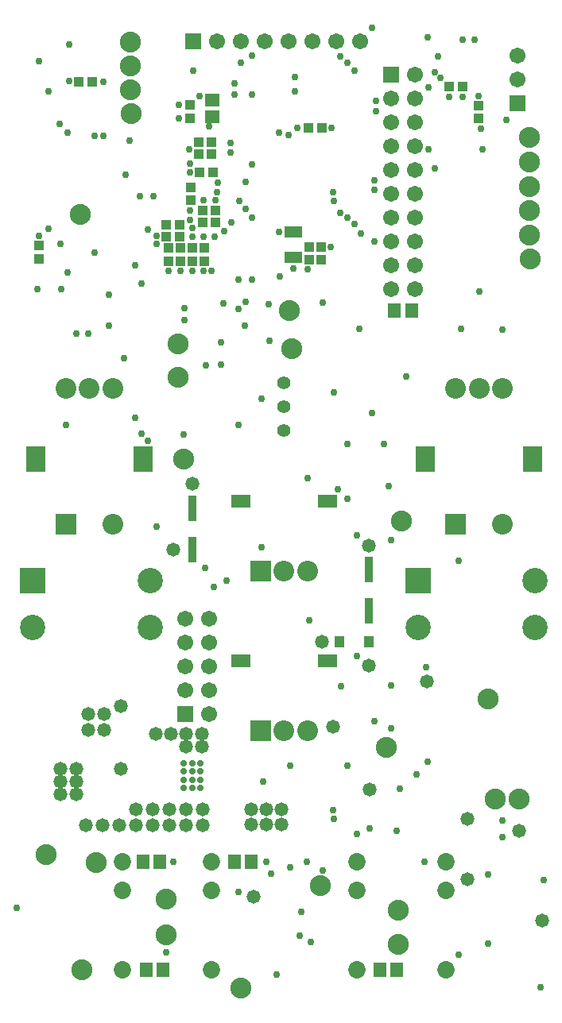
<source format=gbs>
G04*
G04 #@! TF.GenerationSoftware,Altium Limited,CircuitStudio,1.5.1 (13)*
G04*
G04 Layer_Color=8150272*
%FSLAX44Y44*%
%MOMM*%
G71*
G01*
G75*
%ADD71R,1.1032X1.0032*%
%ADD72R,1.0032X1.1032*%
%ADD75R,1.4032X1.6032*%
%ADD76R,1.6032X1.4032*%
%ADD79R,1.9032X1.3032*%
%ADD91R,2.0032X2.8032*%
%ADD92R,2.2032X2.2032*%
%ADD93C,2.2032*%
%ADD94C,2.2352*%
%ADD95C,2.7032*%
%ADD96R,2.7032X2.7032*%
%ADD97R,2.0032X1.4032*%
%ADD98C,1.8533*%
%ADD99C,1.7032*%
%ADD100R,1.7032X1.7032*%
%ADD101R,1.7032X1.7032*%
%ADD102C,1.4032*%
%ADD103C,0.7620*%
%ADD104C,1.4732*%
%ADD105C,0.7112*%
%ADD106R,0.8532X2.8032*%
%ADD107R,1.1032X1.1532*%
D71*
X290576Y1057260D02*
D03*
Y1071260D02*
D03*
X758190Y1220612D02*
D03*
Y1206612D02*
D03*
X590550Y1055990D02*
D03*
Y1069990D02*
D03*
X450850Y1207120D02*
D03*
Y1221120D02*
D03*
X577850Y1055990D02*
D03*
Y1069990D02*
D03*
X453390Y1054834D02*
D03*
Y1068834D02*
D03*
X452374Y1119236D02*
D03*
Y1133236D02*
D03*
X440944Y1068832D02*
D03*
Y1054832D02*
D03*
X428244Y1054720D02*
D03*
Y1068720D02*
D03*
X466852Y1068832D02*
D03*
Y1054832D02*
D03*
D72*
X741568Y1240790D02*
D03*
X727568D02*
D03*
X460360Y1181100D02*
D03*
X474360D02*
D03*
X577708Y1196594D02*
D03*
X591708D02*
D03*
X461630Y1149350D02*
D03*
X475630D02*
D03*
X464424Y1096010D02*
D03*
X478424D02*
D03*
X464424Y1108710D02*
D03*
X478424D02*
D03*
X460360Y1168400D02*
D03*
X474360D02*
D03*
X333106Y1246124D02*
D03*
X347106D02*
D03*
X440070Y1080770D02*
D03*
X426070D02*
D03*
X440070Y1093216D02*
D03*
X426070D02*
D03*
D75*
X498492Y414274D02*
D03*
X516492D02*
D03*
X401210Y414020D02*
D03*
X419210D02*
D03*
X669180Y1002030D02*
D03*
X687180D02*
D03*
X404258Y298958D02*
D03*
X422258D02*
D03*
X653432D02*
D03*
X671432D02*
D03*
D76*
X474726Y1208168D02*
D03*
Y1226168D02*
D03*
D79*
X561340Y1085380D02*
D03*
Y1058380D02*
D03*
D91*
X287000Y844000D02*
D03*
X401000D02*
D03*
X702000D02*
D03*
X816000D02*
D03*
D92*
X319000Y774000D02*
D03*
X526500Y724000D02*
D03*
X734000Y774000D02*
D03*
X526500Y554000D02*
D03*
D93*
X369000Y774000D02*
D03*
X319000Y919000D02*
D03*
X344000D02*
D03*
X369000D02*
D03*
X551500Y724000D02*
D03*
X576500D02*
D03*
X784000Y774000D02*
D03*
X734000Y919000D02*
D03*
X759000D02*
D03*
X784000D02*
D03*
X551500Y554000D02*
D03*
X576500D02*
D03*
D94*
X812800Y1108456D02*
D03*
Y1186180D02*
D03*
X673100Y326644D02*
D03*
X769112Y588264D02*
D03*
X660654Y536194D02*
D03*
X590296Y388620D02*
D03*
X673100Y362458D02*
D03*
X505714Y279654D02*
D03*
X336042Y298958D02*
D03*
X425704Y336550D02*
D03*
X676148Y777494D02*
D03*
X444500Y843280D02*
D03*
X425704Y374904D02*
D03*
X351282Y413766D02*
D03*
X387350Y1287780D02*
D03*
X388366Y1211580D02*
D03*
X387350Y1236980D02*
D03*
Y1262380D02*
D03*
X438912Y930656D02*
D03*
Y966470D02*
D03*
X557276Y1002030D02*
D03*
X559562Y961390D02*
D03*
X297942Y422148D02*
D03*
X813816Y1056894D02*
D03*
X334772Y1104646D02*
D03*
X776500Y481500D02*
D03*
X801500D02*
D03*
X812800Y1160272D02*
D03*
Y1134364D02*
D03*
Y1082548D02*
D03*
D95*
X409000Y664000D02*
D03*
Y714000D02*
D03*
X284000Y664000D02*
D03*
X819000D02*
D03*
Y714000D02*
D03*
X694000Y664000D02*
D03*
D96*
X284000Y714000D02*
D03*
X694000D02*
D03*
D97*
X598000Y799000D02*
D03*
X505000D02*
D03*
X598000Y629000D02*
D03*
X505000D02*
D03*
D98*
X474000Y299000D02*
D03*
Y384001D02*
D03*
Y414001D02*
D03*
X379000Y299000D02*
D03*
Y384001D02*
D03*
Y414001D02*
D03*
X724000Y299000D02*
D03*
Y384001D02*
D03*
Y414001D02*
D03*
X629158Y299000D02*
D03*
Y384001D02*
D03*
Y414001D02*
D03*
D99*
X800100Y1273810D02*
D03*
Y1248410D02*
D03*
X632460Y1289050D02*
D03*
X607060D02*
D03*
X581660D02*
D03*
X556260D02*
D03*
X530860D02*
D03*
X505460D02*
D03*
X480060D02*
D03*
X690880Y1024890D02*
D03*
X665480D02*
D03*
X690880Y1050290D02*
D03*
X665480D02*
D03*
X690880Y1075690D02*
D03*
X665480D02*
D03*
X690880Y1101090D02*
D03*
X665480D02*
D03*
X690880Y1126490D02*
D03*
X665480D02*
D03*
X690880Y1151890D02*
D03*
X665480D02*
D03*
X690880Y1177290D02*
D03*
X665480D02*
D03*
X690880Y1202690D02*
D03*
X665480D02*
D03*
X690880Y1228090D02*
D03*
X665480D02*
D03*
X690880Y1253490D02*
D03*
X471900Y571500D02*
D03*
X446500Y596900D02*
D03*
X471900D02*
D03*
X446500Y622300D02*
D03*
X471900D02*
D03*
X446500Y647700D02*
D03*
X471900D02*
D03*
X446500Y673100D02*
D03*
X471900D02*
D03*
D100*
X800100Y1223010D02*
D03*
X665480Y1253490D02*
D03*
X446500Y571500D02*
D03*
D101*
X454660Y1289050D02*
D03*
D102*
X551500Y899400D02*
D03*
Y874000D02*
D03*
Y924800D02*
D03*
D103*
X465328Y1119632D02*
D03*
X478536D02*
D03*
X477520Y1080770D02*
D03*
X465760D02*
D03*
X454000Y1090168D02*
D03*
Y1080770D02*
D03*
X718312Y1249680D02*
D03*
X727568Y1229614D02*
D03*
X480822Y1138428D02*
D03*
X428752Y1044448D02*
D03*
X453390D02*
D03*
X561340Y1046734D02*
D03*
X579628Y328930D02*
D03*
X480060Y1128522D02*
D03*
X425704Y317754D02*
D03*
X503174Y382524D02*
D03*
X575818Y414274D02*
D03*
X784098Y458724D02*
D03*
X784000Y440338D02*
D03*
X266954Y364998D02*
D03*
X569722Y361188D02*
D03*
X592455Y404876D02*
D03*
X737616Y315722D02*
D03*
X768604Y327406D02*
D03*
Y400558D02*
D03*
X629158Y444246D02*
D03*
X558292Y408178D02*
D03*
X433070Y414020D02*
D03*
X532638Y414274D02*
D03*
X558292Y517144D02*
D03*
X618490D02*
D03*
X576580Y822960D02*
D03*
X628650Y762762D02*
D03*
X578104Y672084D02*
D03*
X476250Y707136D02*
D03*
X467106Y727964D02*
D03*
X737616Y735330D02*
D03*
X527050Y750062D02*
D03*
X604520Y459790D02*
D03*
X527050Y908050D02*
D03*
X628650Y633984D02*
D03*
X618490Y801370D02*
D03*
X484632Y967994D02*
D03*
Y944118D02*
D03*
X468376Y943610D02*
D03*
X474472Y1044448D02*
D03*
X510032Y985774D02*
D03*
X330454Y977646D02*
D03*
X342900Y977646D02*
D03*
X364490Y1019302D02*
D03*
Y985500D02*
D03*
X546989Y1038225D02*
D03*
X545846Y1191768D02*
D03*
X359156Y1188212D02*
D03*
X349250Y1188466D02*
D03*
X495046Y1095756D02*
D03*
X487680Y1086358D02*
D03*
X517398Y1101090D02*
D03*
X510286Y1110488D02*
D03*
X517398Y1157986D02*
D03*
X510286Y1139190D02*
D03*
X494792Y1180592D02*
D03*
Y1170432D02*
D03*
X471678Y1198118D02*
D03*
X762762Y1173988D02*
D03*
X647700Y1140714D02*
D03*
X705358Y1240282D02*
D03*
X711708Y1256030D02*
D03*
X741750Y1229614D02*
D03*
X711708Y1153668D02*
D03*
X705358Y1173988D02*
D03*
X562864Y1250696D02*
D03*
X645160Y1303274D02*
D03*
X517652Y1231900D02*
D03*
X439562Y1221120D02*
D03*
X461010Y1230630D02*
D03*
X499000Y1244346D02*
D03*
Y1231900D02*
D03*
X626110Y1257300D02*
D03*
Y1094000D02*
D03*
X618490Y1101090D02*
D03*
Y1266190D02*
D03*
X610870Y1106170D02*
D03*
X648970Y1225550D02*
D03*
X647700Y1130300D02*
D03*
X603504Y1128522D02*
D03*
X647700Y1075690D02*
D03*
X648970Y1214500D02*
D03*
X322580Y1285240D02*
D03*
X537210Y401320D02*
D03*
X314000Y1024890D02*
D03*
X289000D02*
D03*
X828050Y394960D02*
D03*
X824230Y280670D02*
D03*
X759460Y1022350D02*
D03*
X543194Y294274D02*
D03*
X674370Y491998D02*
D03*
X671130Y447802D02*
D03*
X604012Y469392D02*
D03*
X576580Y1045718D02*
D03*
X451358Y1098804D02*
D03*
X440690Y1044448D02*
D03*
X465328D02*
D03*
X415544Y1081786D02*
D03*
X416052Y1072896D02*
D03*
X382430Y1146970D02*
D03*
X386588Y1183132D02*
D03*
X451104Y1158494D02*
D03*
X450088Y1173988D02*
D03*
X451322Y1109000D02*
D03*
X451358Y1149096D02*
D03*
X601472Y1069990D02*
D03*
X545846Y1086104D02*
D03*
X761250Y1196098D02*
D03*
X758190Y1230884D02*
D03*
X741750Y1290828D02*
D03*
X704342Y1292860D02*
D03*
X715264Y1272540D02*
D03*
X788304Y1204976D02*
D03*
X565150Y1196594D02*
D03*
X601980D02*
D03*
X567690Y336042D02*
D03*
X658114Y859790D02*
D03*
X608510Y811710D02*
D03*
X556260Y1189482D02*
D03*
X610870Y1272540D02*
D03*
X358902Y1246124D02*
D03*
X322580Y1246378D02*
D03*
X633222Y1084072D02*
D03*
X604266Y1118616D02*
D03*
X504000Y1118806D02*
D03*
X439024Y1207120D02*
D03*
X300736Y1235964D02*
D03*
Y1088898D02*
D03*
X290322Y1081786D02*
D03*
Y1267640D02*
D03*
X313436Y1072896D02*
D03*
X312580Y1200658D02*
D03*
X320802Y1042670D02*
D03*
X505460Y1265936D02*
D03*
X517652Y1273556D02*
D03*
X454660Y1257300D02*
D03*
X562864Y1235456D02*
D03*
X739940Y982180D02*
D03*
X320802Y1191768D02*
D03*
X536194Y970026D02*
D03*
X535432Y1008634D02*
D03*
X592216Y1010300D02*
D03*
X445516Y991870D02*
D03*
X681592Y931562D02*
D03*
X784000Y981612D02*
D03*
X644906Y893064D02*
D03*
X618490Y859790D02*
D03*
X445262Y1004570D02*
D03*
X517398Y1035304D02*
D03*
X502666Y1004062D02*
D03*
Y1035304D02*
D03*
X510286Y1011428D02*
D03*
X486664Y1009650D02*
D03*
X380962Y950760D02*
D03*
X392572Y887364D02*
D03*
X349250Y1063752D02*
D03*
X392572Y1050148D02*
D03*
X406146Y1088644D02*
D03*
X412242Y1123950D02*
D03*
X398272Y1124204D02*
D03*
X406146Y863346D02*
D03*
X701059Y414001D02*
D03*
X704596Y521462D02*
D03*
X399542Y1030986D02*
D03*
Y870712D02*
D03*
X444500Y869950D02*
D03*
X502666Y879856D02*
D03*
X319000D02*
D03*
X662940Y815086D02*
D03*
X490220Y713994D02*
D03*
X692912Y507492D02*
D03*
X665226Y757174D02*
D03*
X647954Y563880D02*
D03*
X611886Y601726D02*
D03*
X665226Y602742D02*
D03*
Y557022D02*
D03*
X631190Y982180D02*
D03*
X604266Y914400D02*
D03*
X642874Y449580D02*
D03*
X528828Y500126D02*
D03*
X702564Y621792D02*
D03*
X754750Y1290828D02*
D03*
X416052Y771652D02*
D03*
D104*
X464820Y453390D02*
D03*
Y469900D02*
D03*
X447040Y550926D02*
D03*
X463550Y536956D02*
D03*
X447294D02*
D03*
X801370Y447040D02*
D03*
X747014Y395986D02*
D03*
Y459994D02*
D03*
X518668Y377190D02*
D03*
X516636Y470662D02*
D03*
X532638D02*
D03*
X548640Y454152D02*
D03*
X532638D02*
D03*
X516636D02*
D03*
X548640Y470662D02*
D03*
X603758Y558292D02*
D03*
X642556Y491490D02*
D03*
X377952Y513334D02*
D03*
X411480Y453390D02*
D03*
X429260D02*
D03*
Y469900D02*
D03*
X411480D02*
D03*
X447040D02*
D03*
Y453390D02*
D03*
X342900Y571500D02*
D03*
X359410D02*
D03*
X342900Y554990D02*
D03*
X359410D02*
D03*
X431038Y550672D02*
D03*
X393700Y469900D02*
D03*
Y453390D02*
D03*
X340360D02*
D03*
X358140D02*
D03*
X375920D02*
D03*
X591850Y649000D02*
D03*
X454000Y817270D02*
D03*
X641500Y751736D02*
D03*
X433084Y747000D02*
D03*
X826164Y351518D02*
D03*
X703834Y606410D02*
D03*
X641604Y623570D02*
D03*
X377952Y580390D02*
D03*
X463550Y550672D02*
D03*
X414782D02*
D03*
X330200Y513842D02*
D03*
Y486156D02*
D03*
Y499999D02*
D03*
X313436D02*
D03*
Y486156D02*
D03*
Y513842D02*
D03*
D105*
X444500Y519430D02*
D03*
X462280D02*
D03*
Y510709D02*
D03*
Y501988D02*
D03*
Y493268D02*
D03*
X453390Y519430D02*
D03*
Y510709D02*
D03*
Y501988D02*
D03*
Y493268D02*
D03*
X444500Y510709D02*
D03*
Y501988D02*
D03*
Y493268D02*
D03*
D106*
X454000Y791000D02*
D03*
Y747000D02*
D03*
X641500Y682000D02*
D03*
Y726000D02*
D03*
D107*
X610000Y649000D02*
D03*
X641500D02*
D03*
M02*

</source>
